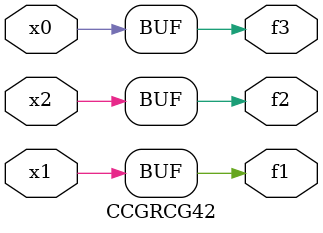
<source format=v>
module CCGRCG42(
	input x0, x1, x2,
	output f1, f2, f3
);
	assign f1 = x1;
	assign f2 = x2;
	assign f3 = x0;
endmodule

</source>
